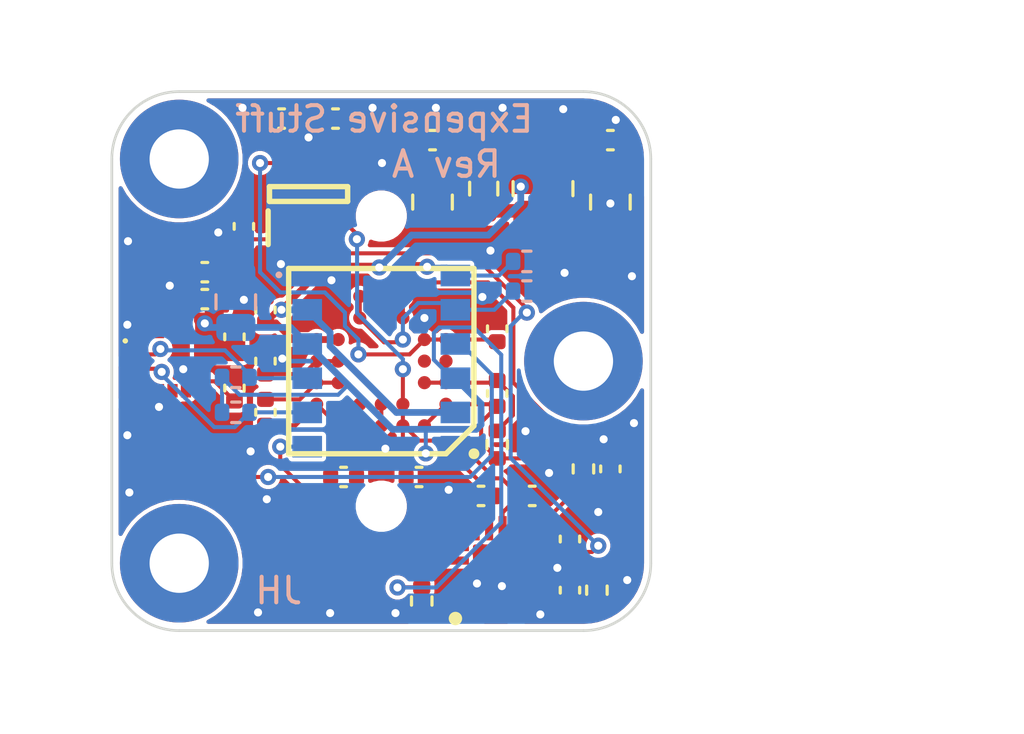
<source format=kicad_pcb>
(kicad_pcb (version 20241229) (generator "pcbnew") (generator_version "9.0")
  (layers (0 "F.Cu" signal) (4 "In1.Cu" signal) (6 "In2.Cu" signal) (2 "B.Cu" signal) (13 "F.Paste" user) (15 "B.Paste" user) (5 "F.SilkS" user "F.Silkscreen") (7 "B.SilkS" user "B.Silkscreen") (1 "F.Mask" user) (3 "B.Mask" user) (25 "Edge.Cuts" user))
  (net 0 "")
  (net 1 "Net-(U1-CP1_1)")
  (net 2 "Net-(U1-CP2_1)")
  (net 3 "Net-(U1-CP3_1)")
  (net 4 "Net-(U1-CP4_1)")
  (net 5 "GND")
  (net 6 "Net-(U1-CP5_1)")
  (net 7 "+5V")
  (net 8 "Net-(U1-RATEOUT_1)")
  (net 9 "Net-(U1-SUMJ_1)")
  (net 10 "/ADC/GYRO_OUT")
  (net 11 "+4.096V_REF")
  (net 12 "+5VA")
  (net 13 "/ADC/TEMP_OUT")
  (net 14 "+2.048V_REF")
  (net 15 "Net-(U2-V1P8)")
  (net 16 "+3V3")
  (net 17 "/ST2")
  (net 18 "/ADC/ADI_SCL")
  (net 19 "/ADC/ADI_SDA")
  (net 20 "/Accelerometer/ACCEL_INT")
  (net 21 "Net-(L1-Pad2)")
  (net 22 "/ST1")
  (net 30 "/Gyroscope/TEMP")
  (net 31 "/ADC/ADC_ALERT")
  (net 32 "Net-(U3-~{RESET})")
  (footprint "Capacitor_SMD:C_0402_1005Metric" (layer "F.Cu") (at 117 118.5 90)
    (property "Reference" "C7" (hide yes))
    (property "Value" "0.1uF")
  )
  (footprint "Resistor_SMD:R_0402_1005Metric" (layer "F.Cu") (at 118 118.5 -90)
    (property "Reference" "R2" (hide yes))
    (property "Value" "3.3k")
  )
  (footprint "MountingHole:MountingHole_2.2mm_M2_Pad" (layer "F.Cu") (at 117.5 110)
    (property "Reference" "H1" (hide yes))
    (property "Value" "M2")
  )
  (footprint "Inductor_SMD:L_1008_2520Metric" (layer "F.Cu") (at 116 103.6 -90)
    (property "Reference" "L1" (hide yes))
    (property "Value" "2.2uH")
  )
  (footprint "canardboard:ADXL380" (layer "F.Cu") (at 102.25 110)
    (property "Reference" "U2" (hide yes))
    (property "Value" "ADXL380" (hide yes))
  )
  (footprint "Capacitor_SMD:C_0402_1005Metric" (layer "F.Cu") (at 114.3 108.8 90)
    (property "Reference" "C8" (hide yes))
    (property "Value" "0.1uF")
  )
  (footprint "Capacitor_SMD:C_0402_1005Metric" (layer "F.Cu") (at 118.5 114 90)
    (property "Reference" "C9" (hide yes))
    (property "Value" "22nF")
  )
  (footprint "Capacitor_SMD:C_0402_1005Metric" (layer "F.Cu") (at 111.4 114.3)
    (property "Reference" "C5" (hide yes))
    (property "Value" "0.1uF")
  )
  (footprint "Capacitor_SMD:C_0805_2012Metric" (layer "F.Cu") (at 118.5 104.1 -90)
    (property "Reference" "C18" (hide yes))
    (property "Value" "10uF")
  )
  (footprint "canardboard:ADS1219IRTER" (layer "F.Cu") (at 114.25 117.652 90)
    (property "Reference" "U3" (hide yes))
    (property "Value" "ADS1219IRTER" (hide yes))
  )
  (footprint "Capacitor_SMD:C_0402_1005Metric" (layer "F.Cu") (at 118.5 101.8)
    (property "Reference" "C19" (hide yes))
    (property "Value" "0.1uF")
  )
  (footprint "Capacitor_SMD:C_0402_1005Metric" (layer "F.Cu") (at 108.6 114.3)
    (property "Reference" "C2" (hide yes))
    (property "Value" "22nF")
  )
  (footprint "Capacitor_SMD:C_0402_1005Metric" (layer "F.Cu") (at 105.7 108.1 90)
    (property "Reference" "C1" (hide yes))
    (property "Value" "0.1uF")
  )
  (footprint "Capacitor_SMD:C_0402_1005Metric" (layer "F.Cu") (at 104.55 109.1 90)
    (property "Reference" "C12" (hide yes))
    (property "Value" "0.1uF")
  )
  (footprint "Capacitor_SMD:C_0402_1005Metric" (layer "F.Cu") (at 115.6 115.002)
    (property "Reference" "C15" (hide yes))
    (property "Value" "0.1uF")
  )
  (footprint "Capacitor_SMD:C_0402_1005Metric" (layer "F.Cu") (at 117 116.602 90)
    (property "Reference" "C14" (hide yes))
    (property "Value" "0.1uF")
  )
  (footprint "Capacitor_SMD:C_0402_1005Metric" (layer "F.Cu") (at 104.9 105 90)
    (property "Reference" "C24" (hide yes))
    (property "Value" "0.1uF")
  )
  (footprint "Capacitor_SMD:C_0402_1005Metric" (layer "F.Cu") (at 114.3 111.2 90)
    (property "Reference" "C6" (hide yes))
    (property "Value" "15nF")
  )
  (footprint "MountingHole:MountingHole_2.2mm_M2_Pad" (layer "F.Cu") (at 102.5 102.5)
    (property "Reference" "H2" (hide yes))
    (property "Value" "M2")
  )
  (footprint "Capacitor_SMD:C_0402_1005Metric" (layer "F.Cu") (at 103.45 107.7 180)
    (property "Reference" "C11" (hide yes))
    (property "Value" "0.1uF")
  )
  (footprint "Capacitor_SMD:C_0402_1005Metric" (layer "F.Cu") (at 106.3 101)
    (property "Reference" "C23" (hide yes))
    (property "Value" "0.1uF")
  )
  (footprint "Resistor_SMD:R_0402_1005Metric" (layer "F.Cu") (at 114.3 113.1 -90)
    (property "Reference" "R1" (hide yes))
    (property "Value" "120k")
  )
  (footprint "Capacitor_SMD:C_0402_1005Metric" (layer "F.Cu") (at 105.7 111.9 -90)
    (property "Reference" "C3" (hide yes))
    (property "Value" "22nF")
  )
  (footprint "Capacitor_SMD:C_0805_2012Metric" (layer "F.Cu") (at 111.9 104.1 -90)
    (property "Reference" "C21" (hide yes))
    (property "Value" "10uF")
  )
  (footprint "Capacitor_SMD:C_0402_1005Metric" (layer "F.Cu") (at 104.55 111 90)
    (property "Reference" "C13" (hide yes))
    (property "Value" "0.1uF")
  )
  (footprint "Capacitor_SMD:C_0402_1005Metric" (layer "F.Cu") (at 105.7 110 90)
    (property "Reference" "C4" (hide yes))
    (property "Value" "2.2nF")
  )
  (footprint "canardboard:ADXRS649BBGZ" (layer "F.Cu") (at 110 110 180)
    (property "Reference" "U1" (hide yes))
    (property "Value" "ADXRS649BBGZ" (hide yes))
  )
  (footprint "canardboard:REF2041" (layer "F.Cu") (at 107.3 103.8 90)
    (property "Reference" "U4" (hide yes))
    (property "Value" "REF2041" (hide yes))
  )
  (footprint "Capacitor_SMD:C_0402_1005Metric" (layer "F.Cu") (at 111.9 101.8 180)
    (property "Reference" "C20" (hide yes))
    (property "Value" "0.1uF")
  )
  (footprint "Capacitor_SMD:C_0402_1005Metric" (layer "F.Cu") (at 113.7 115.002 180)
    (property "Reference" "C16" (hide yes))
    (property "Value" "0.1uF")
  )
  (footprint "Resistor_SMD:R_0603_1608Metric" (layer "F.Cu") (at 113.8 103.6 90)
    (property "Reference" "R8" (hide yes))
    (property "Value" "0.22R")
  )
  (footprint "Resistor_SMD:R_0402_1005Metric" (layer "F.Cu") (at 111.5 118.902 -90)
    (property "Reference" "R9" (hide yes))
    (property "Value" "10k")
  )
  (footprint "Resistor_SMD:R_0402_1005Metric" (layer "F.Cu") (at 117.5 114 -90)
    (property "Reference" "R4" (hide yes))
    (property "Value" "3.3k")
  )
  (footprint "MountingHole:MountingHole_2.2mm_M2_Pad" (layer "F.Cu") (at 102.5 117.5)
    (property "Reference" "H3" (hide yes))
    (property "Value" "M2")
  )
  (footprint "Capacitor_SMD:C_0402_1005Metric" (layer "F.Cu") (at 108.3 101 180)
    (property "Reference" "C22" (hide yes))
    (property "Value" "0.1uF")
  )
  (footprint "Capacitor_SMD:C_0402_1005Metric" (layer "F.Cu") (at 103.45 106.7 180)
    (property "Reference" "C10" (hide yes))
    (property "Value" "1uF")
  )
  (footprint "Resistor_SMD:R_0402_1005Metric" (layer "B.Cu") (at 115.4 107.4 180)
    (property "Reference" "R5" (hide yes))
    (property "Value" "10k")
  )
  (footprint "canardboard:1373827" (layer "B.Cu") (at 110 110 -90)
    (property "Reference" "J1" (hide yes))
    (property "Value" "1373827" (hide yes))
  )
  (footprint "Capacitor_SMD:C_0805_2012Metric" (layer "B.Cu") (at 104.6 107.8 90)
    (property "Reference" "C17" (hide yes))
    (property "Value" "10uF")
  )
  (footprint "Resistor_SMD:R_0402_1005Metric" (layer "B.Cu") (at 104.6 110.6)
    (property "Reference" "R6" (hide yes))
    (property "Value" "1k")
  )
  (footprint "Resistor_SMD:R_0402_1005Metric" (layer "B.Cu") (at 104.6 111.9)
    (property "Reference" "R7" (hide yes))
    (property "Value" "1k")
  )
  (footprint "Resistor_SMD:R_0402_1005Metric" (layer "B.Cu") (at 115.4 106.3 180)
    (property "Reference" "R3" (hide yes))
    (property "Value" "10k")
  )
  (gr_line (start 102.5 100) (end 117.5 100) (stroke (width 0.1)) (layer "Edge.Cuts"))
  (gr_line (start 120 102.5) (end 120 117.5) (stroke (width 0.1)) (layer "Edge.Cuts"))
  (gr_arc (start 100 102.5) (mid 100.732233 100.732233) (end 102.5 100) (stroke (width 0.1)) (layer "Edge.Cuts"))
  (gr_arc (start 120 117.5) (mid 119.267767 119.267767) (end 117.5 120) (stroke (width 0.1)) (layer "Edge.Cuts"))
  (gr_arc (start 102.5 120) (mid 100.732233 119.267767) (end 100 117.5) (stroke (width 0.1)) (layer "Edge.Cuts"))
  (gr_line (start 117.5 120) (end 102.5 120) (stroke (width 0.1)) (layer "Edge.Cuts"))
  (gr_arc (start 117.5 100) (mid 119.267767 100.732233) (end 120 102.5) (stroke (width 0.1)) (layer "Edge.Cuts"))
  (gr_line (start 100 117.5) (end 100 102.5) (stroke (width 0.1)) (layer "Edge.Cuts"))
  (gr_text "Expensive Stuff" (at 115.725147 101.575 0) (layer "B.SilkS") (effects (font (size 0.95 0.95)) (justify left bottom mirror)))
  (gr_text "Rev A" (at 114.525 103.25 0) (layer "B.SilkS") (effects (font (size 0.95 0.95)) (justify left bottom mirror)))
  (gr_text "JH" (at 107.15 119.075 0) (layer "B.SilkS") (effects (font (size 0.95 0.95)) (justify left bottom mirror)))
  (segment (start 108.12 114.3) (end 108.12 113.48) (width 0.15) (layer "F.Cu") (net 1))
  (segment (start 108.12 113.48) (end 109.2 112.4) (width 0.15) (layer "F.Cu") (net 1))
  (segment (start 109.2 111.6) (end 109.2 112.4) (width 0.15) (layer "F.Cu") (net 1))
  (segment (start 110 111.6) (end 110 112.4) (width 0.15) (layer "F.Cu") (net 2))
  (segment (start 109.08 114.3) (end 109.08 113.32) (width 0.15) (layer "F.Cu") (net 2))
  (segment (start 109.08 113.32) (end 110 112.4) (width 0.15) (layer "F.Cu") (net 2))
  (segment (start 105.7 111.42) (end 106.98 111.42) (width 0.15) (layer "F.Cu") (net 3))
  (segment (start 108.4 110.8) (end 107.6 110.8) (width 0.15) (layer "F.Cu") (net 3))
  (segment (start 106.98 111.42) (end 107.6 110.8) (width 0.15) (layer "F.Cu") (net 3))
  (segment (start 105.7 112.38) (end 106.82 112.38) (width 0.15) (layer "F.Cu") (net 4))
  (segment (start 106.82 112.38) (end 107.6 111.6) (width 0.15) (layer "F.Cu") (net 4))
  (segment (start 107.6 111.6) (end 108.4 112.4) (width 0.15) (layer "F.Cu") (net 4))
  (segment (start 117 116.122) (end 117.528 116.122) (width 0.15) (layer "F.Cu") (net 5))
  (segment (start 105.939449 109.52) (end 106.32581 109.906361) (width 0.15) (layer "F.Cu") (net 5))
  (segment (start 112.993 114.775) (end 113.22 115.002) (width 0.15) (layer "F.Cu") (net 5))
  (segment (start 104.28 110.25) (end 104.55 110.52) (width 0.15) (layer "F.Cu") (net 5))
  (segment (start 118.98 101.8) (end 118.98 101.33) (width 0.25) (layer "F.Cu") (net 5))
  (segment (start 116.225 114.857) (end 116.08 115.002) (width 0.15) (layer "F.Cu") (net 5))
  (segment (start 102.65 110.3) (end 102.7 110.25) (width 0.15) (layer "F.Cu") (net 5))
  (segment (start 112.5 114.775) (end 112.275 114.775) (width 0.15) (layer "F.Cu") (net 5))
  (segment (start 116.225 114.15) (end 116.225 114.857) (width 0.15) (layer "F.Cu") (net 5))
  (segment (start 108.15 107) (end 108.4 107.25) (width 0.15) (layer "F.Cu") (net 5))
  (segment (start 117.528 116.122) (end 118.05 115.6) (width 0.15) (layer "F.Cu") (net 5))
  (segment (start 118.5 113.15) (end 118.25 112.9) (width 0.15) (layer "F.Cu") (net 5))
  (segment (start 118.5 105.05) (end 118.5 104.15) (width 0.25) (layer "F.Cu") (net 5))
  (segment (start 108.4 107.25) (end 108.4 107.6) (width 0.15) (layer "F.Cu") (net 5))
  (segment (start 112.4 108.4) (end 111.6 108.4) (width 0.15) (layer "F.Cu") (net 5))
  (segment (start 104.55 110.52) (end 104.7 110.52) (width 0.15) (layer "F.Cu") (net 5))
  (segment (start 111.88 114.38) (end 111.88 114.3) (width 0.15) (layer "F.Cu") (net 5))
  (segment (start 104.7 110.52) (end 105.7 109.52) (width 0.15) (layer "F.Cu") (net 5))
  (segment (start 118.98 101.33) (end 118.7 101.05) (width 0.25) (layer "F.Cu") (net 5))
  (segment (start 102.7 110.25) (end 103.4 110.25) (width 0.15) (layer "F.Cu") (net 5))
  (segment (start 103.4 110.25) (end 104.28 110.25) (width 0.15) (layer "F.Cu") (net 5))
  (segment (start 101.75 111.7) (end 101.75 111.1) (width 0.15) (layer "F.Cu") (net 5))
  (segment (start 105.7 109.52) (end 105.939449 109.52) (width 0.15) (layer "F.Cu") (net 5))
  (segment (start 101.75 111.1) (end 101.4 110.75) (width 0.15) (layer "F.Cu") (net 5))
  (segment (start 107.6 108.4) (end 108.4 107.6) (width 0.15) (layer "F.Cu") (net 5))
  (segment (start 112.275 114.775) (end 111.88 114.38) (width 0.15) (layer "F.Cu") (net 5))
  (segment (start 118.5 113.52) (end 118.5 113.15) (width 0.15) (layer "F.Cu") (net 5))
  (segment (start 101.4 110.75) (end 101.1 110.75) (width 0.15) (layer "F.Cu") (net 5))
  (segment (start 112.5 114.775) (end 112.993 114.775) (width 0.15) (layer "F.Cu") (net 5))
  (segment (start 111.6 107.6) (end 111.6 108.4) (width 0.15) (layer "F.Cu") (net 5))
  (via (at 102.15 107.2) (size 0.6) (drill 0.3) (layers "F.Cu" "B.Cu") (net 5))
  (via (at 110.15 113.25) (size 0.6) (drill 0.3) (layers "F.Cu" "B.Cu") (net 5))
  (via (at 103.95 105.225) (size 0.6) (drill 0.3) (layers "F.Cu" "B.Cu") (net 5))
  (via (at 105.425 119.325) (size 0.6) (drill 0.3) (layers "F.Cu" "B.Cu") (net 5))
  (via (at 116.75 100.65) (size 0.6) (drill 0.3) (layers "F.Cu" "B.Cu") (net 5))
  (via (at 100.575 112.75) (size 0.6) (drill 0.3) (layers "F.Cu" "B.Cu") (net 5))
  (via (at 101.75 111.7) (size 0.6) (drill 0.3) (layers "F.Cu" "B.Cu") (net 5))
  (via (at 100.6 105.55) (size 0.6) (drill 0.3) (layers "F.Cu" "B.Cu") (net 5))
  (via (at 108.15 107) (size 0.6) (drill 0.3) (layers "F.Cu" "B.Cu") (net 5))
  (via (at 100.65 114.875) (size 0.6) (drill 0.3) (layers "F.Cu" "B.Cu") (net 5))
  (via (at 119.3 106.85) (size 0.6) (drill 0.3) (layers "F.Cu" "B.Cu") (net 5))
  (via (at 100.575 108.65) (size 0.6) (drill 0.3) (layers "F.Cu" "B.Cu") (net 5))
  (via (at 118.7 101.05) (size 0.6) (drill 0.3) (layers "F.Cu" "B.Cu") (net 5))
  (via (at 114.05 105.9) (size 0.6) (drill 0.3) (layers "F.Cu" "B.Cu") (net 5))
  (via (at 114.5 100.6) (size 0.6) (drill 0.3) (layers "F.Cu" "B.Cu") (net 5))
  (via (at 105.75 115.125) (size 0.6) (drill 0.3) (layers "F.Cu" "B.Cu") (net 5))
  (via (at 111.6 108.4) (size 0.6) (drill 0.3) (layers "F.Cu" "B.Cu") (net 5))
  (via (at 112.025 100.6) (size 0.6) (drill 0.3) (layers "F.Cu" "B.Cu") (net 5))
  (via (at 106.32581 109.906361) (size 0.6) (drill 0.3) (layers "F.Cu" "B.Cu") (net 5))
  (via (at 114.475 118.35) (size 0.6) (drill 0.3) (layers "F.Cu" "B.Cu") (net 5))
  (via (at 107.3 101.7) (size 0.6) (drill 0.3) (layers "F.Cu" "B.Cu") (net 5))
  (via (at 106.275 106.4) (size 0.6) (drill 0.3) (layers "F.Cu" "B.Cu") (net 5))
  (via (at 119.125 118.125) (size 0.6) (drill 0.3) (layers "F.Cu" "B.Cu") (net 5))
  (via (at 118.5 104.15) (size 0.6) (drill 0.3) (layers "F.Cu" "B.Cu") (net 5))
  (via (at 104.9 107.725) (size 0.6) (drill 0.3) (layers "F.Cu" "B.Cu") (net 5))
  (via (at 118.05 115.6) (size 0.6) (drill 0.3) (layers "F.Cu" "B.Cu") (net 5))
  (via (at 113.75 107.62) (size 0.6) (drill 0.3) (layers "F.Cu" "B.Cu") (net 5))
  (via (at 108.1 119.35) (size 0.6) (drill 0.3) (layers "F.Cu" "B.Cu") (net 5))
  (via (at 102.65 110.3) (size 0.6) (drill 0.3) (layers "F.Cu" "B.Cu") (net 5))
  (via (at 115.35 112.6) (size 0.6) (drill 0.3) (layers "F.Cu" "B.Cu") (net 5))
  (via (at 119.375 112.3) (size 0.6) (drill 0.3) (layers "F.Cu" "B.Cu") (net 5))
  (via (at 104.85 100.6) (size 0.6) (drill 0.3) (layers "F.Cu" "B.Cu") (net 5))
  (via (at 116.531563 117.672044) (size 0.6) (drill 0.3) (layers "F.Cu" "B.Cu") (net 5))
  (via (at 105.15 113.35) (size 0.6) (drill 0.3) (layers "F.Cu" "B.Cu") (net 5))
  (via (at 109.675 100.6) (size 0.6) (drill 0.3) (layers "F.Cu" "B.Cu") (net 5))
  (via (at 113.55 118.251998) (size 0.6) (drill 0.3) (layers "F.Cu" "B.Cu") (net 5))
  (via (at 110.525 119.35) (size 0.6) (drill 0.3) (layers "F.Cu" "B.Cu") (net 5))
  (via (at 116.8 106.725) (size 0.6) (drill 0.3) (layers "F.Cu" "B.Cu") (net 5))
  (via (at 115.9 119.4) (size 0.6) (drill 0.3) (layers "F.Cu" "B.Cu") (net 5))
  (via (at 110.025 102.65) (size 0.6) (drill 0.3) (layers "F.Cu" "B.Cu") (net 5))
  (via (at 118.25 112.9) (size 0.6) (drill 0.3) (layers "F.Cu" "B.Cu") (net 5))
  (via (at 112.5 114.775) (size 0.6) (drill 0.3) (layers "F.Cu" "B.Cu") (net 5))
  (via (at 116.225 114.15) (size 0.6) (drill 0.3) (layers "F.Cu" "B.Cu") (net 5))
  (segment (start 107.975 106.825) (end 107.25 106.825) (width 0.15) (layer "B.Cu") (net 5))
  (segment (start 112.425 115.685) (end 112.425 114.85) (width 0.25) (layer "B.Cu") (net 5))
  (segment (start 108.15 107) (end 107.975 106.825) (width 0.15) (layer "B.Cu") (net 5))
  (segment (start 112.425 114.85) (end 112.5 114.775) (width 0.15) (layer "B.Cu") (net 5))
  (segment (start 107.12 110.48) (end 107.6 110) (width 0.15) (layer "F.Cu") (net 6))
  (segment (start 105.7 110.48) (end 107.12 110.48) (width 0.15) (layer "F.Cu") (net 6))
  (segment (start 108.4 110) (end 107.6 110) (width 0.15) (layer "F.Cu") (net 6))
  (segment (start 106.7 109.2) (end 107.6 109.2) (width 0.25) (layer "F.Cu") (net 7))
  (segment (start 106.183995 108.096005) (end 105.7 108.58) (width 0.25) (layer "F.Cu") (net 7))
  (segment (start 106.294575 108.096005) (end 107.91558 106.475) (width 0.25) (layer "F.Cu") (net 7))
  (segment (start 106.08 108.58) (end 106.7 109.2) (width 0.25) (layer "F.Cu") (net 7))
  (segment (start 106.294575 108.096005) (end 106.183995 108.096005) (width 0.25) (layer "F.Cu") (net 7))
  (segment (start 108.4 109.2) (end 107.6 109.2) (width 0.25) (layer "F.Cu") (net 7))
  (segment (start 109.875 106.475) (end 109.925 106.525) (width 0.25) (layer "F.Cu") (net 7))
  (segment (start 105.7 108.58) (end 106.08 108.58) (width 0.25) (layer "F.Cu") (net 7))
  (segment (start 107.91558 106.475) (end 109.875 106.475) (width 0.25) (layer "F.Cu") (net 7))
  (via (at 109.925 106.525) (size 0.6) (drill 0.3) (layers "F.Cu" "B.Cu") (net 7))
  (via (at 115.175 103.525) (size 0.6) (drill 0.3) (layers "F.Cu" "B.Cu") (net 7))
  (via (at 106.294575 108.096005) (size 0.6) (drill 0.3) (layers "F.Cu" "B.Cu") (net 7))
  (segment (start 110.561123 111.905) (end 112.75 111.905) (width 0.25) (layer "B.Cu") (net 7))
  (segment (start 108.1 108.945) (end 108.1 109.443877) (width 0.25) (layer "B.Cu") (net 7))
  (segment (start 111.125 105.325) (end 113.975 105.325) (width 0.25) (layer "B.Cu") (net 7))
  (segment (start 107.25 108.095) (end 106.29558 108.095) (width 0.25) (layer "B.Cu") (net 7))
  (segment (start 106.29558 108.095) (end 106.294575 108.096005) (width 0.25) (layer "B.Cu") (net 7))
  (segment (start 108.1 109.443877) (end 110.561123 111.905) (width 0.25) (layer "B.Cu") (net 7))
  (segment (start 107.25 108.095) (end 108.1 108.945) (width 0.25) (layer "B.Cu") (net 7))
  (segment (start 113.975 105.325) (end 115.175 104.125) (width 0.25) (layer "B.Cu") (net 7))
  (segment (start 109.925 106.525) (end 111.125 105.325) (width 0.25) (layer "B.Cu") (net 7))
  (segment (start 115.175 104.125) (end 115.175 103.525) (width 0.25) (layer "B.Cu") (net 7))
  (segment (start 112.4 111.6) (end 114.22 111.6) (width 0.15) (layer "F.Cu") (net 8))
  (segment (start 113.704 112.276) (end 114.3 111.68) (width 0.15) (layer "F.Cu") (net 8))
  (segment (start 114.3 113.61) (end 117.38 113.61) (width 0.15) (layer "F.Cu") (net 8))
  (segment (start 114.22 111.6) (end 114.3 111.68) (width 0.15) (layer "F.Cu") (net 8))
  (segment (start 114.3 113.61) (end 113.704 113.014) (width 0.15) (layer "F.Cu") (net 8))
  (segment (start 111.6 112.4) (end 112.4 111.6) (width 0.15) (layer "F.Cu") (net 8))
  (segment (start 113.704 113.014) (end 113.704 112.276) (width 0.15) (layer "F.Cu") (net 8))
  (segment (start 117.38 113.61) (end 117.5 113.49) (width 0.15) (layer "F.Cu") (net 8))
  (segment (start 114.12 110.72) (end 114.04 110.8) (width 0.15) (layer "F.Cu") (net 9))
  (segment (start 114.886 112.004) (end 114.886 111.306) (width 0.15) (layer "F.Cu") (net 9))
  (segment (start 114.3 112.59) (end 114.886 112.004) (width 0.15) (layer "F.Cu") (net 9))
  (segment (start 114.886 111.306) (end 114.3 110.72) (width 0.15) (layer "F.Cu") (net 9))
  (segment (start 112.4 110.8) (end 111.6 110.8) (width 0.15) (layer "F.Cu") (net 9))
  (segment (start 114.3 110.72) (end 114.12 110.72) (width 0.15) (layer "F.Cu") (net 9))
  (segment (start 114.04 110.8) (end 112.4 110.8) (width 0.15) (layer "F.Cu") (net 9))
  (segment (start 118.5 114.48) (end 117.53 114.48) (width 0.15) (layer "F.Cu") (net 10))
  (segment (start 117.53 114.48) (end 117.5 114.51) (width 0.15) (layer "F.Cu") (net 10))
  (segment (start 115.7 116.31) (end 115.7 116.902) (width 0.15) (layer "F.Cu") (net 10))
  (segment (start 117.5 114.51) (end 115.7 116.31) (width 0.15) (layer "F.Cu") (net 10))
  (segment (start 106.25 102.65) (end 106.35 102.55) (width 0.15) (layer "F.Cu") (net 11))
  (segment (start 114.22 109.2) (end 114.3 109.28) (width 0.15) (layer "F.Cu") (net 11))
  (segment (start 111.05 109.75) (end 111.6 109.2) (width 0.15) (layer "F.Cu") (net 11))
  (segment (start 105.5 102.65) (end 106.25 102.65) (width 0.15) (layer "F.Cu") (net 11))
  (segment (start 109.15 109.75) (end 111.05 109.75) (width 0.15) (layer "F.Cu") (net 11))
  (segment (start 112.4 109.2) (end 114.22 109.2) (width 0.15) (layer "F.Cu") (net 11))
  (segment (start 112.4 109.2) (end 111.6 109.2) (width 0.15) (layer "F.Cu") (net 11))
  (segment (start 106.35 102.55) (end 106.35 101.53) (width 0.15) (layer "F.Cu") (net 11))
  (segment (start 106.35 101.53) (end 105.82 101) (width 0.15) (layer "F.Cu") (net 11))
  (via (at 105.5 102.65) (size 0.6) (drill 0.3) (layers "F.Cu" "B.Cu") (net 11))
  (via (at 109.15 109.75) (size 0.6) (drill 0.3) (layers "F.Cu" "B.Cu") (net 11))
  (segment (start 108.65 108.2) (end 107.9 107.45) (width 0.15) (layer "B.Cu") (net 11))
  (segment (start 105.5 106.7) (end 105.5 102.65) (width 0.15) (layer "B.Cu") (net 11))
  (segment (start 109.15 109.2) (end 108.65 108.7) (width 0.15) (layer "B.Cu") (net 11))
  (segment (start 109.15 109.75) (end 109.15 109.2) (width 0.15) (layer "B.Cu") (net 11))
  (segment (start 106.25 107.45) (end 105.5 106.7) (width 0.15) (layer "B.Cu") (net 11))
  (segment (start 107.9 107.45) (end 106.25 107.45) (width 0.15) (layer "B.Cu") (net 11))
  (segment (start 108.65 108.7) (end 108.65 108.2) (width 0.15) (layer "B.Cu") (net 11))
  (segment (start 108.78 101) (end 109.005 101.225) (width 0.15) (layer "F.Cu") (net 12))
  (segment (start 110.85 112.4) (end 111.4 112.95) (width 0.15) (layer "F.Cu") (net 12))
  (segment (start 110.8 112.4) (end 110.8 114.18) (width 0.15) (layer "F.Cu") (net 12))
  (segment (start 112.8 112.95) (end 114.2 114.35) (width 0.15) (layer "F.Cu") (net 12))
  (segment (start 110.8 114.18) (end 110.92 114.3) (width 0.15) (layer "F.Cu") (net 12))
  (segment (start 114.5 116.202) (end 114.5 115.622) (width 0.15) (layer "F.Cu") (net 12))
  (segment (start 108.25 101.53) (end 108.78 101) (width 0.15) (layer "F.Cu") (net 12))
  (segment (start 110.8 111.6) (end 110.8 110.3) (width 0.15) (layer "F.Cu") (net 12))
  (segment (start 114.5 115.622) (end 115.12 115.002) (width 0.15) (layer "F.Cu") (net 12))
  (segment (start 110.8 112.4) (end 110.85 112.4) (width 0.15) (layer "F.Cu") (net 12))
  (segment (start 109.005 101.225) (end 111.805 101.225) (width 0.15) (layer "F.Cu") (net 12))
  (segment (start 108.25 102.55) (end 108.25 101.53) (width 0.15) (layer "F.Cu") (net 12))
  (segment (start 108.85 105.05) (end 108.25 105.05) (width 0.15) (layer "F.Cu") (net 12))
  (segment (start 110.8 111.6) (end 110.8 112.4) (width 0.15) (layer "F.Cu") (net 12))
  (segment (start 111.805 101.225) (end 112.38 101.8) (width 0.15) (layer "F.Cu") (net 12))
  (segment (start 109.092863 105.292863) (end 108.85 105.05) (width 0.15) (layer "F.Cu") (net 12))
  (segment (start 114.2 114.35) (end 114.468 114.35) (width 0.15) (layer "F.Cu") (net 12))
  (segment (start 114.468 114.35) (end 115.12 115.002) (width 0.15) (layer "F.Cu") (net 12))
  (segment (start 109.092863 105.475) (end 109.092863 105.292863) (width 0.15) (layer "F.Cu") (net 12))
  (segment (start 108.25 105.05) (end 108.25 102.55) (width 0.15) (layer "F.Cu") (net 12))
  (segment (start 111.4 112.95) (end 112.8 112.95) (width 0.15) (layer "F.Cu") (net 12))
  (via (at 110.8 110.3) (size 0.6) (drill 0.3) (layers "F.Cu" "B.Cu") (net 12))
  (via (at 109.092863 105.475) (size 0.6) (drill 0.3) (layers "F.Cu" "B.Cu") (net 12))
  (segment (start 109.1 108.225) (end 110.8 109.925) (width 0.15) (layer "B.Cu") (net 12))
  (segment (start 110.8 109.925) (end 110.8 110.3) (width 0.15) (layer "B.Cu") (net 12))
  (segment (start 109.1 105.482137) (end 109.1 108.225) (width 0.15) (layer "B.Cu") (net 12))
  (segment (start 109.092863 105.475) (end 109.1 105.482137) (width 0.15) (layer "B.Cu") (net 12))
  (segment (start 115.7 118.402) (end 116.422 118.402) (width 0.15) (layer "F.Cu") (net 13))
  (segment (start 117 118.98) (end 117.97 118.98) (width 0.15) (layer "F.Cu") (net 13))
  (segment (start 116.422 118.402) (end 117 118.98) (width 0.15) (layer "F.Cu") (net 13))
  (segment (start 117.97 118.98) (end 118 119.01) (width 0.15) (layer "F.Cu") (net 13))
  (segment (start 115.098 117.402) (end 115.7 117.402) (width 0.1) (layer "F.Cu") (net 14))
  (segment (start 115 117.5) (end 115.098 117.402) (width 0.1) (layer "F.Cu") (net 14))
  (segment (start 116.483796 117.082) (end 117 117.082) (width 0.1) (layer "F.Cu") (net 14))
  (segment (start 115.4 108.05) (end 113.35 106) (width 0.15) (layer "F.Cu") (net 14))
  (segment (start 104.9 105.48) (end 105.77 105.48) (width 0.15) (layer "F.Cu") (net 14))
  (segment (start 115.7 117.402) (end 116.163796 117.402) (width 0.1) (layer "F.Cu") (net 14))
  (segment (start 115.098 117.402) (end 115 117.304) (width 0.1) (layer "F.Cu") (net 14))
  (segment (start 105.77 105.48) (end 106.2 105.05) (width 0.15) (layer "F.Cu") (net 14))
  (segment (start 106.3 105.1) (end 106.35 105.05) (width 0.15) (layer "F.Cu") (net 14))
  (segment (start 115.4 108.2) (end 115.4 108.05) (width 0.15) (layer "F.Cu") (net 14))
  (segment (start 116.82 116.902) (end 117 117.082) (width 0.15) (layer "F.Cu") (net 14))
  (segment (start 106.35 105.375) (end 106.35 105.05) (width 0.15) (layer "F.Cu") (net 14))
  (segment (start 115 119.102) (end 115 117.5) (width 0.1) (layer "F.Cu") (net 14))
  (segment (start 113.35 106) (end 106.975 106) (width 0.15) (layer "F.Cu") (net 14))
  (segment (start 117 117.082) (end 117.818 117.082) (width 0.15) (layer "F.Cu") (net 14))
  (segment (start 106.975 106) (end 106.35 105.375) (width 0.15) (layer "F.Cu") (net 14))
  (segment (start 116.163796 117.402) (end 116.483796 117.082) (width 0.1) (layer "F.Cu") (net 14))
  (segment (start 117.818 117.082) (end 118.05 116.85) (width 0.15) (layer "F.Cu") (net 14))
  (segment (start 115 117.304) (end 115 116.202) (width 0.1) (layer "F.Cu") (net 14))
  (segment (start 106.2 105.05) (end 106.35 105.05) (width 0.15) (layer "F.Cu") (net 14))
  (via (at 118.05 116.85) (size 0.6) (drill 0.3) (layers "F.Cu" "B.Cu") (net 14))
  (via (at 115.4 108.2) (size 0.6) (drill 0.3) (layers "F.Cu" "B.Cu") (net 14))
  (segment (start 115.3 108.2) (end 114.8 108.7) (width 0.15) (layer "B.Cu") (net 14))
  (segment (start 114.8 108.7) (end 114.8 113.6) (width 0.15) (layer "B.Cu") (net 14))
  (segment (start 115.4 108.2) (end 115.3 108.2) (width 0.15) (layer "B.Cu") (net 14))
  (segment (start 114.8 113.6) (end 118.05 116.85) (width 0.15) (layer "B.Cu") (net 14))
  (segment (start 103.4 110.75) (end 103.82 110.75) (width 0.15) (layer "F.Cu") (net 15))
  (segment (start 103.82 110.75) (end 104.55 111.48) (width 0.15) (layer "F.Cu") (net 15))
  (segment (start 114 116.202) (end 114 115.182) (width 0.15) (layer "F.Cu") (net 16))
  (segment (start 112.603 113.425) (end 111.65 113.425) (width 0.15) (layer "F.Cu") (net 16))
  (segment (start 114.18 115.002) (end 112.603 113.425) (width 0.15) (layer "F.Cu") (net 16))
  (segment (start 110.608 118.392) (end 111.5 118.392) (width 0.15) (layer "F.Cu") (net 16))
  (segment (start 110.6 118.4) (end 110.608 118.392) (width 0.15) (layer "F.Cu") (net 16))
  (segment (start 114 115.182) (end 114.18 115.002) (width 0.15) (layer "F.Cu") (net 16))
  (via (at 111.65 113.425) (size 0.6) (drill 0.3) (layers "F.Cu" "B.Cu") (net 16))
  (via (at 103.45 108.6) (size 0.6) (drill 0.3) (layers "F.Cu" "B.Cu") (net 16))
  (via (at 110.6 118.4) (size 0.6) (drill 0.3) (layers "F.Cu" "B.Cu") (net 16))
  (segment (start 113.7 112.357) (end 113.7 111.585) (width 0.25) (layer "B.Cu") (net 16))
  (segment (start 104.6 108.75) (end 103.6 108.75) (width 0.25) (layer "B.Cu") (net 16))
  (segment (start 111.95 109.95) (end 112.635 110.635) (width 0.15) (layer "B.Cu") (net 16))
  (segment (start 107.25 109.365) (end 108.7675 110.8825) (width 0.25) (layer "B.Cu") (net 16))
  (segment (start 110.416 112.531) (end 111.65 112.531) (width 0.25) (layer "B.Cu") (net 16))
  (segment (start 112.037 118.4) (end 114.45 115.987) (width 0.15) (layer "B.Cu") (net 16))
  (segment (start 113.7 111.585) (end 112.75 110.635) (width 0.25) (layer "B.Cu") (net 16))
  (segment (start 113.437 108.75) (end 112.15 108.75) (width 0.15) (layer "B.Cu") (net 16))
  (segment (start 106.635 108.75) (end 107.25 109.365) (width 0.25) (layer "B.Cu") (net 16))
  (segment (start 103.6 108.75) (end 103.45 108.6) (width 0.25) (layer "B.Cu") (net 16))
  (segment (start 114.45 109.763) (end 113.437 108.75) (width 0.15) (layer "B.Cu") (net 16))
  (segment (start 111.95 108.95) (end 111.95 109.95) (width 0.15) (layer "B.Cu") (net 16))
  (segment (start 111.65 112.531) (end 113.526 112.531) (width 0.25) (layer "B.Cu") (net 16))
  (segment (start 112.635 110.635) (end 112.75 110.635) (width 0.15) (layer "B.Cu") (net 16))
  (segment (start 104.09 111.9) (end 104.09 110.6) (width 0.15) (layer "B.Cu") (net 16))
  (segment (start 108.7675 110.8825) (end 110.416 112.531) (width 0.25) (layer "B.Cu") (net 16))
  (segment (start 104.74 111.25) (end 108.4 111.25) (width 0.15) (layer "B.Cu") (net 16))
  (segment (start 112.15 108.75) (end 111.95 108.95) (width 0.15) (layer "B.Cu") (net 16))
  (segment (start 104.09 110.6) (end 104.74 111.25) (width 0.15) (layer "B.Cu") (net 16))
  (segment (start 110.6 118.4) (end 112.037 118.4) (width 0.15) (layer "B.Cu") (net 16))
  (segment (start 113.526 112.531) (end 113.7 112.357) (width 0.25) (layer "B.Cu") (net 16))
  (segment (start 104.6 108.75) (end 106.635 108.75) (width 0.25) (layer "B.Cu") (net 16))
  (segment (start 114.45 115.987) (end 114.45 109.763) (width 0.15) (layer "B.Cu") (net 16))
  (segment (start 108.4 111.25) (end 108.7675 110.8825) (width 0.15) (layer "B.Cu") (net 16))
  (segment (start 111.65 113.425) (end 111.65 112.531) (width 0.15) (layer "B.Cu") (net 16))
  (segment (start 111.7 106.5) (end 111.6 106.4) (width 0.15) (layer "F.Cu") (net 17))
  (segment (start 110 108.4) (end 110 107.6) (width 0.15) (layer "F.Cu") (net 17))
  (segment (start 110.8 106.4) (end 110 107.2) (width 0.15) (layer "F.Cu") (net 17))
  (segment (start 110 107.2) (end 110 107.6) (width 0.15) (layer "F.Cu") (net 17))
  (segment (start 111.6 106.4) (end 110.8 106.4) (width 0.15) (layer "F.Cu") (net 17))
  (via (at 111.7 106.5) (size 0.6) (drill 0.3) (layers "F.Cu" "B.Cu") (net 17))
  (segment (start 112.425 106.5) (end 112.75 106.825) (width 0.15) (layer "B.Cu") (net 17))
  (segment (start 111.7 106.5) (end 112.425 106.5) (width 0.15) (layer "B.Cu") (net 17))
  (segment (start 114.365 106.825) (end 114.89 106.3) (width 0.15) (layer "B.Cu") (net 17))
  (segment (start 112.75 106.825) (end 114.365 106.825) (width 0.15) (layer "B.Cu") (net 17))
  (segment (start 106.377 117.402) (end 112.8 117.402) (width 0.15) (layer "F.Cu") (net 18))
  (segment (start 100.326 111.351) (end 106.377 117.402) (width 0.15) (layer "F.Cu") (net 18))
  (segment (start 112.8 117.402) (end 112.798 117.4) (width 0.15) (layer "F.Cu") (net 18))
  (segment (start 101.802722 109.550002) (end 101.602724 109.75) (width 0.15) (layer "F.Cu") (net 18))
  (segment (start 100.326 110.232) (end 100.326 111.351) (width 0.15) (layer "F.Cu") (net 18))
  (segment (start 101.602724 109.75) (end 101.1 109.75) (width 0.15) (layer "F.Cu") (net 18))
  (segment (start 101.1 109.75) (end 100.808 109.75) (width 0.15) (layer "F.Cu") (net 18))
  (segment (start 100.808 109.75) (end 100.326 110.232) (width 0.15) (layer "F.Cu") (net 18))
  (via (at 101.802722 109.550002) (size 0.6) (drill 0.3) (layers "F.Cu" "B.Cu") (net 18))
  (segment (start 101.85 109.6) (end 104.2 109.6) (width 0.15) (layer "B.Cu") (net 18))
  (segment (start 105.11 110.51) (end 105.11 110.6) (width 0.15) (layer "B.Cu") (net 18))
  (segment (start 105.335 110.635) (end 107.25 110.635) (width 0.15) (layer "B.Cu") (net 18))
  (segment (start 104.2 109.6) (end 105.11 110.51) (width 0.15) (layer "B.Cu") (net 18))
  (segment (start 105.3 110.6) (end 105.335 110.635) (width 0.15) (layer "B.Cu") (net 18))
  (segment (start 105.11 110.6) (end 105.3 110.6) (width 0.15) (layer "B.Cu") (net 18))
  (segment (start 101.85 109.59728) (end 101.85 109.6) (width 0.15) (layer "B.Cu") (net 18))
  (segment (start 101.802722 109.550002) (end 101.85 109.59728) (width 0.15) (layer "B.Cu") (net 18))
  (segment (start 100.7 110.25) (end 101.1 110.25) (width 0.15) (layer "F.Cu") (net 19))
  (segment (start 112.8 116.902) (end 106.252 116.902) (width 0.15) (layer "F.Cu") (net 19))
  (segment (start 100.6 111.25) (end 100.6 110.35) (width 0.15) (layer "F.Cu") (net 19))
  (segment (start 101.700002 110.4) (end 101.584002 110.284) (width 0.15) (layer "F.Cu") (net 19))
  (segment (start 106.252 116.902) (end 100.6 111.25) (width 0.15) (layer "F.Cu") (net 19))
  (segment (start 101.85 110.4) (end 101.700002 110.4) (width 0.15) (layer "F.Cu") (net 19))
  (segment (start 101.134 110.284) (end 101.1 110.25) (width 0.15) (layer "F.Cu") (net 19))
  (segment (start 100.6 110.35) (end 100.7 110.25) (width 0.15) (layer "F.Cu") (net 19))
  (segment (start 101.584002 110.284) (end 101.134 110.284) (width 0.15) (layer "F.Cu") (net 19))
  (segment (start 112.8 116.902) (end 112.798 116.9) (width 0.15) (layer "F.Cu") (net 19))
  (via (at 101.85 110.4) (size 0.6) (drill 0.3) (layers "F.Cu" "B.Cu") (net 19))
  (segment (start 101.85 110.5) (end 103.8 112.45) (width 0.15) (layer "B.Cu") (net 19))
  (segment (start 103.8 112.45) (end 104.56 112.45) (width 0.15) (layer "B.Cu") (net 19))
  (segment (start 101.85 110.4) (end 101.85 110.5) (width 0.15) (layer "B.Cu") (net 19))
  (segment (start 105.11 111.9) (end 107.245 111.9) (width 0.15) (layer "B.Cu") (net 19))
  (segment (start 104.56 112.45) (end 105.11 111.9) (width 0.15) (layer "B.Cu") (net 19))
  (segment (start 107.245 111.9) (end 107.25 111.905) (width 0.15) (layer "B.Cu") (net 19))
  (segment (start 102.25 111.642) (end 102.25 111.1) (width 0.15) (layer "F.Cu") (net 20))
  (segment (start 105.8 114.3) (end 104.908 114.3) (width 0.15) (layer "F.Cu") (net 20))
  (segment (start 104.908 114.3) (end 102.25 111.642) (width 0.15) (layer "F.Cu") (net 20))
  (via (at 105.8 114.3) (size 0.6) (drill 0.3) (layers "F.Cu" "B.Cu") (net 20))
  (segment (start 112.965 109.365) (end 112.75 109.365) (width 0.15) (layer "B.Cu") (net 20))
  (segment (start 112.6 109.365) (end 112.75 109.365) (width 0.15) (layer "B.Cu") (net 20))
  (segment (start 105.8 114.3) (end 113.3 114.3) (width 0.15) (layer "B.Cu") (net 20))
  (segment (start 114.1 113.5) (end 114.1 110.5) (width 0.15) (layer "B.Cu") (net 20))
  (segment (start 114.1 110.5) (end 112.965 109.365) (width 0.15) (layer "B.Cu") (net 20))
  (segment (start 113.3 114.3) (end 114.1 113.5) (width 0.15) (layer "B.Cu") (net 20))
  (segment (start 115.75 104.425) (end 116 104.675) (width 0.25) (layer "F.Cu") (net 21))
  (segment (start 113.8 104.425) (end 115.75 104.425) (width 0.5) (layer "F.Cu") (net 21))
  (segment (start 110.1 109.3) (end 109.2 108.4) (width 0.15) (layer "F.Cu") (net 22))
  (segment (start 110.8 109.2) (end 110.7 109.3) (width 0.15) (layer "F.Cu") (net 22))
  (segment (start 110.7 109.3) (end 110.1 109.3) (width 0.15) (layer "F.Cu") (net 22))
  (segment (start 109.2 108.4) (end 109.2 107.6) (width 0.15) (layer "F.Cu") (net 22))
  (via (at 110.8 109.2) (size 0.6) (drill 0.3) (layers "F.Cu" "B.Cu") (net 22))
  (segment (start 114.89 107.4) (end 114.195 108.095) (width 0.15) (layer "B.Cu") (net 22))
  (segment (start 112.75 108.095) (end 112.499 107.844) (width 0.15) (layer "B.Cu") (net 22))
  (segment (start 114.195 108.095) (end 112.75 108.095) (width 0.15) (layer "B.Cu") (net 22))
  (segment (start 110.8 108.413697) (end 110.8 109.2) (width 0.15) (layer "B.Cu") (net 22))
  (segment (start 112.499 107.844) (end 111.369697 107.844) (width 0.15) (layer "B.Cu") (net 22))
  (segment (start 111.369697 107.844) (end 110.8 108.413697) (width 0.15) (layer "B.Cu") (net 22))
  (segment (start 116.525 112.425) (end 114.9 110.8) (width 0.15) (layer "F.Cu") (net 30))
  (segment (start 118 117.99) (end 119.2 116.79) (width 0.15) (layer "F.Cu") (net 30))
  (segment (start 114.9 108.017806) (end 113.961194 107.079) (width 0.15) (layer "F.Cu") (net 30))
  (segment (start 111.321 107.079) (end 110.8 107.6) (width 0.15) (layer "F.Cu") (net 30))
  (segment (start 118.525 112.425) (end 116.525 112.425) (width 0.15) (layer "F.Cu") (net 30))
  (segment (start 119.2 116.79) (end 119.2 113.1) (width 0.15) (layer "F.Cu") (net 30))
  (segment (start 110.8 107.6) (end 110.8 108.4) (width 0.15) (layer "F.Cu") (net 30))
  (segment (start 119.2 113.1) (end 118.525 112.425) (width 0.15) (layer "F.Cu") (net 30))
  (segment (start 114.9 110.8) (end 114.9 108.017806) (width 0.15) (layer "F.Cu") (net 30))
  (segment (start 113.961194 107.079) (end 111.321 107.079) (width 0.15) (layer "F.Cu") (net 30))
  (segment (start 106.25 113.175) (end 106.25 113.85) (width 0.15) (layer "F.Cu") (net 31))
  (segment (start 113.252 116.45) (end 113.5 116.202) (width 0.15) (layer "F.Cu") (net 31))
  (segment (start 108.85 116.45) (end 113.252 116.45) (width 0.15) (layer "F.Cu") (net 31))
  (segment (start 106.25 113.85) (end 108.85 116.45) (width 0.15) (layer "F.Cu") (net 31))
  (via (at 106.25 113.175) (size 0.6) (drill 0.3) (layers "F.Cu" "B.Cu") (net 31))
  (segment (start 106.25 113.175) (end 107.25 113.175) (width 0.15) (layer "B.Cu") (net 31))
  (segment (start 111.81 119.102) (end 111.5 119.412) (width 0.15) (layer "F.Cu") (net 32))
  (segment (start 113.5 119.102) (end 111.81 119.102) (width 0.15) (layer "F.Cu") (net 32))
  (zone (net 0) (net_name "") (layer "F.Cu") (connect_pads yes (clearance 0)) (min_thickness 0.15)
    (keepout (tracks allowed) (vias allowed) (pads allowed) (copperpour not_allowed) (footprints allowed))
    (fill (thermal_gap 0.5) (thermal_bridge_width 0.5))
    (polygon (pts (xy 116.45 115.85) (xy 116.45 116.675) (xy 116.325 116.7) (xy 116.35 115.9)))
  )
  (zone (net 0) (net_name "") (layer "F.Cu") (connect_pads yes (clearance 0)) (min_thickness 0.15)
    (keepout (tracks allowed) (vias allowed) (pads allowed) (copperpour not_allowed) (footprints allowed))
    (fill (thermal_gap 0.5) (thermal_bridge_width 0.5))
    (polygon (pts (xy 112 113.7) (xy 111.3 114) (xy 111 113.8) (xy 111 113) (xy 111.7 113.1)))
  )
  (zone (net 5) (net_name "GND") (layer "F.Cu") (connect_pads yes (clearance 0.15)) (min_thickness 0.15) (fill yes (thermal_gap 0.5) (thermal_bridge_width 0.5))
    (polygon (pts (xy 98.9 121) (xy 120.9 121) (xy 120.9 99.1) (xy 98.9 99.1)))
  )
  (zone (net 12) (net_name "+5VA") (layer "F.Cu") (priority 3) (connect_pads yes (clearance 0.15)) (min_thickness 0.15) (fill yes (thermal_gap 0.5) (thermal_bridge_width 0.5))
    (polygon (pts (xy 114.5 103.8) (xy 114.5 101.35) (xy 111.95 101.35) (xy 111.95 102.35) (xy 111.05 102.35) (xy 111.05 103.8) (xy 114.55 103.8)))
  )
  (zone (net 0) (net_name "") (layer "F.Cu") (connect_pads yes (clearance 0)) (min_thickness 0.15)
    (keepout (tracks allowed) (vias allowed) (pads allowed) (copperpour not_allowed) (footprints allowed))
    (fill (thermal_gap 0.5) (thermal_bridge_width 0.5))
    (polygon (pts (xy 115.55 115.25) (xy 115.825 115.375) (xy 116.275 115.4) (xy 115.3 116.025) (xy 115.1 115.575) (xy 115.3 115.375)))
  )
  (zone (net 7) (net_name "+5V") (layer "F.Cu") (priority 2) (connect_pads yes (clearance 0.15)) (min_thickness 0.15) (fill yes (thermal_gap 0.5) (thermal_bridge_width 0.5))
    (polygon (pts (xy 117.5 103.8) (xy 119.5 103.8) (xy 119.5 102.4) (xy 118.4 102.4) (xy 118.4 101.35) (xy 114.65 101.35) (xy 114.65 103.8)))
  )
  (zone (net 16) (net_name "+3V3") (layer "F.Cu") (connect_pads yes (clearance 0.15)) (min_thickness 0.15) (fill yes (thermal_gap 0.5) (thermal_bridge_width 0.5))
    (polygon (pts (xy 103.05 110) (xy 104.95 110) (xy 104.95 109.2) (xy 104.15 109.2) (xy 104.15 108.2) (xy 104.35 108.2) (xy 104.35 106.3) (xy 103.45 106.3) (xy 103.45 108.2) (xy 103.05 108.2)))
  )
  (zone (net 0) (net_name "") (layer "B.Cu") (connect_pads yes (clearance 0)) (min_thickness 0.15)
    (keepout (tracks allowed) (vias allowed) (pads allowed) (copperpour not_allowed) (footprints allowed))
    (fill (thermal_gap 0.5) (thermal_bridge_width 0.5))
    (polygon (pts (xy 111.2 108.975) (xy 111.75 108.975) (xy 111.75 109.125) (xy 111.2 109.125)))
  )
  (zone (net 0) (net_name "") (layer "B.Cu") (connect_pads yes (clearance 0)) (min_thickness 0.15)
    (keepout (tracks allowed) (vias allowed) (pads allowed) (copperpour not_allowed) (footprints allowed))
    (fill (thermal_gap 0.5) (thermal_bridge_width 0.5))
    (polygon (pts (xy 109.575 106.825) (xy 109.575 106.725) (xy 109.3 106.725) (xy 109.3 106.825)))
  )
  (zone (net 5) (net_name "GND") (layer "B.Cu") (connect_pads yes (clearance 0.15)) (min_thickness 0.15) (fill yes (thermal_gap 0.5) (thermal_bridge_width 0.5))
    (polygon (pts (xy 98.3 122) (xy 121.6 122) (xy 121.7 98.3) (xy 98.3 98.2)))
  )
)
</source>
